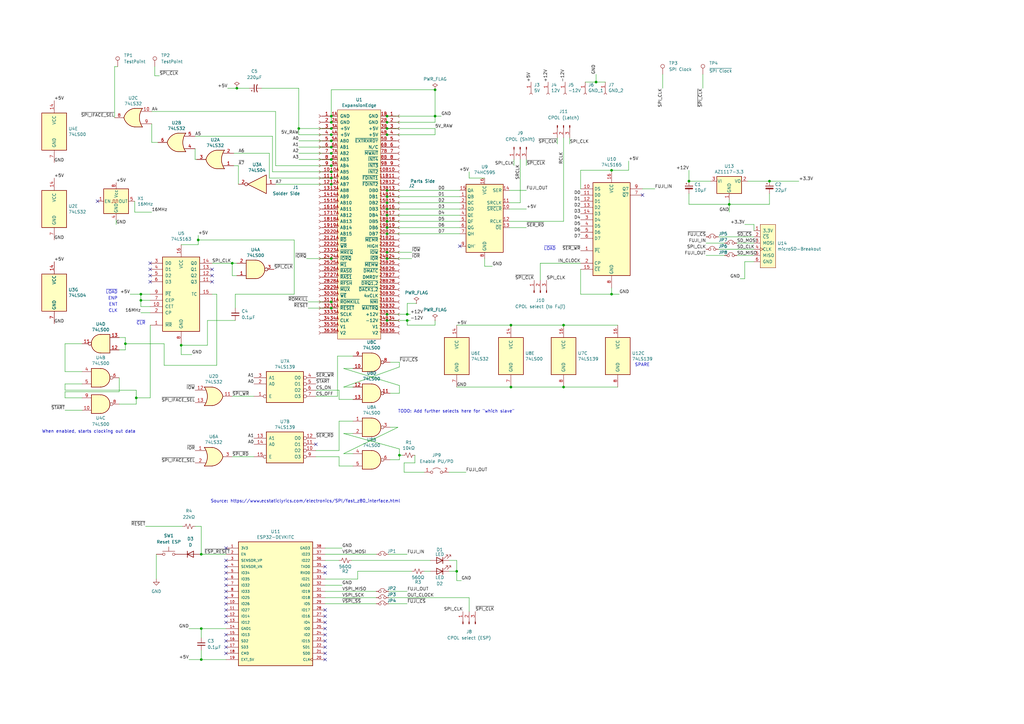
<source format=kicad_sch>
(kicad_sch (version 20211123) (generator eeschema)
  (paper "A3")
  (junction (at 178.435 36.83))
  (junction (at 135.89 75.565))
  (junction (at 231.14 158.75))
  (junction (at 209.55 158.75))
  (junction (at 209.55 133.35))
  (junction (at 158.75 83.185))
  (junction (at 81.28 98.425))
  (junction (at 163.83 186.69))
  (junction (at 74.295 141.605))
  (junction (at 158.75 50.165))
  (junction (at 135.89 47.625))
  (junction (at 158.75 128.905))
  (junction (at 250.825 69.85))
  (junction (at 158.75 93.345))
  (junction (at 158.75 95.885))
  (junction (at 135.89 67.945))
  (junction (at 95.25 107.95))
  (junction (at 135.89 57.785))
  (junction (at 315.595 74.295))
  (junction (at 244.475 33.655))
  (junction (at 135.89 73.025))
  (junction (at 135.89 55.245))
  (junction (at 158.75 131.445))
  (junction (at 135.89 106.045))
  (junction (at 135.89 52.705))
  (junction (at 57.785 123.19))
  (junction (at 135.89 60.325))
  (junction (at 82.55 227.33))
  (junction (at 135.89 123.825))
  (junction (at 231.14 133.35))
  (junction (at 299.085 83.82))
  (junction (at 158.75 55.245))
  (junction (at 158.75 85.725))
  (junction (at 167.005 128.905))
  (junction (at 158.75 78.105))
  (junction (at 82.55 270.51))
  (junction (at 187.325 234.315))
  (junction (at 135.89 70.485))
  (junction (at 51.435 140.97))
  (junction (at 122.555 52.705))
  (junction (at 158.75 47.625))
  (junction (at 55.88 163.195))
  (junction (at 135.89 62.865))
  (junction (at 158.75 88.265))
  (junction (at 282.575 74.295))
  (junction (at 158.75 106.045))
  (junction (at 158.75 103.505))
  (junction (at 158.75 80.645))
  (junction (at 135.89 126.365))
  (junction (at 178.435 47.625))
  (junction (at 158.75 90.805))
  (junction (at 250.825 120.65))
  (junction (at 97.155 36.195))
  (junction (at 135.89 65.405))
  (junction (at 82.55 257.81))
  (junction (at 158.75 52.705))
  (junction (at 167.005 131.445))
  (junction (at 57.785 120.65))
  (junction (at 135.89 50.165))
  (no_connect (at 92.71 224.79))
  (no_connect (at 92.71 232.41))
  (no_connect (at 92.71 229.87))
  (no_connect (at 61.595 113.03))
  (no_connect (at 129.54 182.245))
  (no_connect (at 263.525 80.01))
  (no_connect (at 86.995 110.49))
  (no_connect (at 92.71 234.95))
  (no_connect (at 92.71 237.49))
  (no_connect (at 92.71 240.03))
  (no_connect (at 92.71 242.57))
  (no_connect (at 133.35 255.27))
  (no_connect (at 133.35 262.89))
  (no_connect (at 133.35 265.43))
  (no_connect (at 133.35 267.97))
  (no_connect (at 133.35 270.51))
  (no_connect (at 92.71 267.97))
  (no_connect (at 92.71 265.43))
  (no_connect (at 92.71 262.89))
  (no_connect (at 92.71 260.35))
  (no_connect (at 92.71 245.11))
  (no_connect (at 92.71 247.65))
  (no_connect (at 92.71 250.19))
  (no_connect (at 92.71 252.73))
  (no_connect (at 92.71 255.27))
  (no_connect (at 133.35 252.73))
  (no_connect (at 133.35 250.19))
  (no_connect (at 133.35 234.95))
  (no_connect (at 133.35 232.41))
  (no_connect (at 40.005 82.55))
  (no_connect (at 133.35 257.81))
  (no_connect (at 133.35 260.35))
  (no_connect (at 188.595 100.965))
  (no_connect (at 86.995 113.03))
  (no_connect (at 86.995 115.57))
  (no_connect (at 61.595 115.57))
  (no_connect (at 61.595 110.49))
  (no_connect (at 61.595 107.95))
  (wire (pts (xy 315.595 74.295) (xy 306.705 74.295)))
  (wire (pts (xy 144.145 229.87) (xy 176.53 229.87)))
  (wire (pts (xy 135.89 70.485) (xy 111.76 70.485)))
  (wire (pts (xy 129.54 160.02) (xy 139.065 160.02)))
  (wire (pts (xy 133.35 227.33) (xy 154.305 227.33)))
  (wire (pts (xy 309.245 99.695) (xy 302.26 99.695)))
  (wire (pts (xy 271.78 30.48) (xy 271.78 36.195)))
  (wire (pts (xy 80.01 60.96) (xy 80.01 65.405)))
  (wire (pts (xy 80.01 215.9) (xy 82.55 215.9)))
  (wire (pts (xy 138.43 146.05) (xy 144.78 146.05)))
  (wire (pts (xy 97.155 36.195) (xy 102.235 36.195)))
  (wire (pts (xy 167.005 124.46) (xy 167.005 128.905)))
  (wire (pts (xy 93.345 36.195) (xy 97.155 36.195)))
  (wire (pts (xy 192.405 250.825) (xy 192.405 245.11)))
  (wire (pts (xy 61.595 125.73) (xy 57.785 125.73)))
  (wire (pts (xy 97.79 67.945) (xy 97.79 75.565)))
  (wire (pts (xy 221.615 107.95) (xy 238.125 107.95)))
  (wire (pts (xy 61.595 123.19) (xy 57.785 123.19)))
  (wire (pts (xy 213.36 83.185) (xy 208.915 83.185)))
  (wire (pts (xy 192.405 73.025) (xy 198.755 73.025)))
  (wire (pts (xy 82.55 215.9) (xy 82.55 227.33)))
  (wire (pts (xy 231.14 133.35) (xy 253.365 133.35)))
  (wire (pts (xy 309.245 104.775) (xy 302.26 104.775)))
  (wire (pts (xy 178.435 36.83) (xy 178.435 47.625)))
  (wire (pts (xy 82.55 257.81) (xy 92.71 257.81)))
  (wire (pts (xy 254 120.65) (xy 250.825 120.65)))
  (wire (pts (xy 51.435 140.97) (xy 67.31 140.97)))
  (wire (pts (xy 139.065 184.785) (xy 129.54 184.785)))
  (wire (pts (xy 95.25 107.95) (xy 97.155 107.95)))
  (wire (pts (xy 257.81 66.04) (xy 257.81 69.85)))
  (wire (pts (xy 168.275 128.905) (xy 167.005 128.905)))
  (wire (pts (xy 78.74 145.415) (xy 74.295 145.415)))
  (wire (pts (xy 74.295 145.415) (xy 74.295 141.605)))
  (wire (pts (xy 187.325 238.125) (xy 187.325 234.315)))
  (wire (pts (xy 238.125 120.65) (xy 250.825 120.65)))
  (wire (pts (xy 26.67 163.195) (xy 33.655 163.195)))
  (wire (pts (xy 187.325 229.87) (xy 184.15 229.87)))
  (wire (pts (xy 159.385 245.11) (xy 192.405 245.11)))
  (wire (pts (xy 74.295 141.605) (xy 85.09 141.605)))
  (wire (pts (xy 140.335 240.03) (xy 133.35 240.03)))
  (wire (pts (xy 192.405 70.485) (xy 192.405 73.025)))
  (wire (pts (xy 46.99 48.26) (xy 46.99 27.305)))
  (wire (pts (xy 48.895 154.94) (xy 48.895 160.655)))
  (wire (pts (xy 167.005 128.905) (xy 158.75 128.905)))
  (wire (pts (xy 160.02 148.59) (xy 163.83 148.59)))
  (wire (pts (xy 139.065 160.02) (xy 139.065 163.83)))
  (wire (pts (xy 170.815 124.46) (xy 167.005 124.46)))
  (wire (pts (xy 244.475 33.655) (xy 240.03 33.655)))
  (wire (pts (xy 215.9 65.405) (xy 215.9 67.945)))
  (wire (pts (xy 165.1 186.69) (xy 163.83 186.69)))
  (wire (pts (xy 129.54 162.56) (xy 138.43 162.56)))
  (wire (pts (xy 67.31 140.97) (xy 67.31 149.86)))
  (wire (pts (xy 238.125 110.49) (xy 238.125 120.65)))
  (wire (pts (xy 158.75 78.105) (xy 188.595 78.105)))
  (wire (pts (xy 140.97 151.13) (xy 144.78 151.13)))
  (wire (pts (xy 26.67 157.48) (xy 33.655 157.48)))
  (wire (pts (xy 135.89 60.325) (xy 122.555 60.325)))
  (wire (pts (xy 59.69 215.9) (xy 74.93 215.9)))
  (wire (pts (xy 163.83 186.69) (xy 163.83 184.15)))
  (wire (pts (xy 51.435 138.43) (xy 48.895 138.43)))
  (wire (pts (xy 215.9 93.345) (xy 208.915 93.345)))
  (wire (pts (xy 135.89 62.865) (xy 122.555 62.865)))
  (wire (pts (xy 208.915 90.805) (xy 231.14 90.805)))
  (wire (pts (xy 48.895 165.735) (xy 55.88 165.735)))
  (wire (pts (xy 95.25 187.325) (xy 104.14 187.325)))
  (wire (pts (xy 178.435 47.625) (xy 180.975 47.625)))
  (wire (pts (xy 184.15 234.315) (xy 187.325 234.315)))
  (wire (pts (xy 215.9 78.105) (xy 208.915 78.105)))
  (wire (pts (xy 189.23 238.125) (xy 187.325 238.125)))
  (wire (pts (xy 170.18 189.865) (xy 170.18 186.69)))
  (wire (pts (xy 305.435 107.315) (xy 309.245 107.315)))
  (wire (pts (xy 158.75 83.185) (xy 188.595 83.185)))
  (wire (pts (xy 282.575 74.295) (xy 282.575 69.85)))
  (wire (pts (xy 63.5 31.115) (xy 63.5 27.305)))
  (wire (pts (xy 158.75 88.265) (xy 188.595 88.265)))
  (wire (pts (xy 158.75 80.645) (xy 188.595 80.645)))
  (wire (pts (xy 82.55 227.33) (xy 92.71 227.33)))
  (wire (pts (xy 303.53 114.3) (xy 305.435 114.3)))
  (wire (pts (xy 168.91 103.505) (xy 158.75 103.505)))
  (wire (pts (xy 213.36 65.405) (xy 213.36 83.185)))
  (wire (pts (xy 167.005 227.33) (xy 159.385 227.33)))
  (wire (pts (xy 122.555 52.705) (xy 135.89 52.705)))
  (wire (pts (xy 57.785 123.19) (xy 57.785 120.65)))
  (wire (pts (xy 135.89 73.025) (xy 110.49 73.025)))
  (wire (pts (xy 62.23 50.8) (xy 62.23 58.42)))
  (wire (pts (xy 77.47 257.81) (xy 82.55 257.81)))
  (wire (pts (xy 140.97 186.055) (xy 163.195 175.26)))
  (wire (pts (xy 113.03 67.945) (xy 113.03 45.72)))
  (wire (pts (xy 139.065 163.83) (xy 144.78 163.83)))
  (wire (pts (xy 144.78 172.72) (xy 139.065 172.72)))
  (wire (pts (xy 135.89 67.945) (xy 113.03 67.945)))
  (wire (pts (xy 62.23 58.42) (xy 64.77 58.42)))
  (wire (pts (xy 57.785 128.27) (xy 61.595 128.27)))
  (wire (pts (xy 163.83 161.29) (xy 163.83 158.115)))
  (wire (pts (xy 146.685 237.49) (xy 146.685 234.315)))
  (wire (pts (xy 140.97 158.75) (xy 144.78 158.75)))
  (wire (pts (xy 140.97 177.8) (xy 144.78 177.8)))
  (wire (pts (xy 146.685 234.315) (xy 168.91 234.315)))
  (wire (pts (xy 168.91 106.045) (xy 158.75 106.045)))
  (wire (pts (xy 122.555 57.785) (xy 135.89 57.785)))
  (wire (pts (xy 167.005 242.57) (xy 159.385 242.57)))
  (wire (pts (xy 309.245 92.075) (xy 309.245 94.615)))
  (wire (pts (xy 139.065 172.72) (xy 139.065 184.785)))
  (wire (pts (xy 178.435 133.35) (xy 167.005 133.35)))
  (wire (pts (xy 135.89 55.245) (xy 122.555 55.245)))
  (wire (pts (xy 55.245 82.55) (xy 55.245 86.995)))
  (wire (pts (xy 294.64 102.235) (xy 309.245 102.235)))
  (wire (pts (xy 158.75 95.885) (xy 188.595 95.885)))
  (wire (pts (xy 135.89 50.165) (xy 135.89 47.625)))
  (wire (pts (xy 268.605 77.47) (xy 263.525 77.47)))
  (wire (pts (xy 248.285 33.655) (xy 244.475 33.655)))
  (wire (pts (xy 82.55 266.7) (xy 82.55 270.51)))
  (wire (pts (xy 138.43 146.05) (xy 138.43 162.56)))
  (wire (pts (xy 139.065 187.325) (xy 139.065 191.135)))
  (wire (pts (xy 61.595 163.195) (xy 61.595 133.35)))
  (wire (pts (xy 126.365 123.825) (xy 135.89 123.825)))
  (wire (pts (xy 81.28 96.52) (xy 81.28 98.425)))
  (wire (pts (xy 233.68 56.515) (xy 233.68 59.055)))
  (wire (pts (xy 51.435 140.97) (xy 51.435 138.43)))
  (wire (pts (xy 187.325 234.315) (xy 187.325 229.87)))
  (wire (pts (xy 135.89 75.565) (xy 113.03 75.565)))
  (wire (pts (xy 250.825 120.65) (xy 250.825 118.11)))
  (wire (pts (xy 244.475 30.48) (xy 244.475 33.655)))
  (wire (pts (xy 111.76 70.485) (xy 111.76 55.88)))
  (wire (pts (xy 257.81 69.85) (xy 250.825 69.85)))
  (wire (pts (xy 81.28 100.33) (xy 74.295 100.33)))
  (wire (pts (xy 53.34 120.65) (xy 57.785 120.65)))
  (wire (pts (xy 26.67 168.275) (xy 33.655 168.275)))
  (wire (pts (xy 165.735 193.675) (xy 165.735 189.865)))
  (wire (pts (xy 299.085 86.995) (xy 299.085 83.82)))
  (wire (pts (xy 122.555 36.195) (xy 122.555 52.705)))
  (wire (pts (xy 178.435 131.445) (xy 178.435 133.35)))
  (wire (pts (xy 282.575 74.295) (xy 291.465 74.295)))
  (wire (pts (xy 77.47 270.51) (xy 82.55 270.51)))
  (wire (pts (xy 158.75 90.805) (xy 188.595 90.805)))
  (wire (pts (xy 65.405 31.115) (xy 63.5 31.115)))
  (wire (pts (xy 158.75 55.245) (xy 178.435 55.245)))
  (wire (pts (xy 231.14 133.35) (xy 209.55 133.35)))
  (wire (pts (xy 163.83 150.495) (xy 140.97 158.75)))
  (wire (pts (xy 95.25 113.03) (xy 95.25 107.95)))
  (wire (pts (xy 201.93 109.22) (xy 198.755 109.22)))
  (wire (pts (xy 133.35 247.65) (xy 154.305 247.65)))
  (wire (pts (xy 178.435 52.705) (xy 158.75 52.705)))
  (wire (pts (xy 85.09 131.445) (xy 85.09 141.605)))
  (wire (pts (xy 120.65 98.425) (xy 81.28 98.425)))
  (wire (pts (xy 209.55 158.75) (xy 187.325 158.75)))
  (wire (pts (xy 55.88 163.195) (xy 55.88 160.02)))
  (wire (pts (xy 125.73 106.045) (xy 135.89 106.045)))
  (wire (pts (xy 88.9 120.65) (xy 86.995 120.65)))
  (wire (pts (xy 51.435 143.51) (xy 51.435 140.97)))
  (wire (pts (xy 228.6 56.515) (xy 228.6 59.055)))
  (wire (pts (xy 238.125 77.47) (xy 238.125 69.85)))
  (wire (pts (xy 297.18 99.695) (xy 289.56 99.695)))
  (wire (pts (xy 110.49 73.025) (xy 110.49 62.865)))
  (wire (pts (xy 299.085 83.82) (xy 299.085 81.915)))
  (wire (pts (xy 184.15 193.675) (xy 191.135 193.675)))
  (wire (pts (xy 107.315 36.195) (xy 122.555 36.195)))
  (wire (pts (xy 122.555 65.405) (xy 135.89 65.405)))
  (wire (pts (xy 110.49 62.865) (xy 95.885 62.865)))
  (wire (pts (xy 305.435 114.3) (xy 305.435 107.315)))
  (wire (pts (xy 158.75 50.165) (xy 178.435 50.165)))
  (wire (pts (xy 163.195 175.26) (xy 160.02 175.26)))
  (wire (pts (xy 120.65 120.65) (xy 120.65 98.425)))
  (wire (pts (xy 26.67 160.655) (xy 26.67 163.195)))
  (wire (pts (xy 74.295 141.605) (xy 74.295 140.97)))
  (wire (pts (xy 64.135 237.49) (xy 64.135 227.33)))
  (wire (pts (xy 305.435 92.075) (xy 309.245 92.075)))
  (wire (pts (xy 55.88 165.735) (xy 55.88 163.195)))
  (wire (pts (xy 163.83 158.115) (xy 140.97 151.13)))
  (wire (pts (xy 315.595 83.82) (xy 299.085 83.82)))
  (wire (pts (xy 81.915 227.33) (xy 82.55 227.33)))
  (wire (pts (xy 26.67 152.4) (xy 33.655 152.4)))
  (wire (pts (xy 26.67 140.97) (xy 26.67 152.4)))
  (wire (pts (xy 167.005 133.35) (xy 167.005 131.445)))
  (wire (pts (xy 139.065 191.135) (xy 144.78 191.135)))
  (wire (pts (xy 96.52 131.445) (xy 85.09 131.445)))
  (wire (pts (xy 126.365 126.365) (xy 135.89 126.365)))
  (wire (pts (xy 209.55 133.35) (xy 187.325 133.35)))
  (wire (pts (xy 80.01 65.405) (xy 80.645 65.405)))
  (wire (pts (xy 133.35 242.57) (xy 154.305 242.57)))
  (wire (pts (xy 47.625 92.075) (xy 47.625 90.17)))
  (wire (pts (xy 129.54 187.325) (xy 139.065 187.325)))
  (wire (pts (xy 33.655 140.97) (xy 26.67 140.97)))
  (wire (pts (xy 282.575 83.82) (xy 299.085 83.82)))
  (wire (pts (xy 158.75 93.345) (xy 188.595 93.345)))
  (wire (pts (xy 282.575 79.375) (xy 282.575 83.82)))
  (wire (pts (xy 95.25 162.56) (xy 104.14 162.56)))
  (wire (pts (xy 97.155 113.03) (xy 95.25 113.03)))
  (wire (pts (xy 238.125 69.85) (xy 250.825 69.85)))
  (wire (pts (xy 95.885 67.945) (xy 97.79 67.945)))
  (wire (pts (xy 160.02 188.595) (xy 163.83 188.595)))
  (wire (pts (xy 57.785 125.73) (xy 57.785 123.19)))
  (wire (pts (xy 135.89 47.625) (xy 135.89 36.83)))
  (wire (pts (xy 178.435 50.165) (xy 178.435 47.625)))
  (wire (pts (xy 309.245 97.155) (xy 294.64 97.155)))
  (wire (pts (xy 111.76 55.88) (xy 80.01 55.88)))
  (wire (pts (xy 163.83 148.59) (xy 163.83 150.495)))
  (wire (pts (xy 160.02 161.29) (xy 163.83 161.29)))
  (wire (pts (xy 55.245 86.995) (xy 62.23 86.995)))
  (wire (pts (xy 231.14 56.515) (xy 231.14 90.805)))
  (wire (pts (xy 288.29 30.48) (xy 288.29 36.195)))
  (wire (pts (xy 158.75 131.445) (xy 167.005 131.445)))
  (wire (pts (xy 88.9 149.86) (xy 88.9 120.65)))
  (wire (pts (xy 96.52 120.65) (xy 120.65 120.65)))
  (wire (pts (xy 133.35 245.11) (xy 154.305 245.11)))
  (wire (pts (xy 158.75 47.625) (xy 178.435 47.625)))
  (wire (pts (xy 198.755 109.22) (xy 198.755 106.045)))
  (wire (pts (xy 289.56 104.775) (xy 297.18 104.775)))
  (wire (pts (xy 113.03 45.72) (xy 62.23 45.72)))
  (wire (pts (xy 173.99 234.315) (xy 176.53 234.315)))
  (wire (pts (xy 57.785 120.65) (xy 61.595 120.65)))
  (wire (pts (xy 221.615 114.935) (xy 221.615 107.95)))
  (wire (pts (xy 55.88 160.02) (xy 26.67 160.02)))
  (wire (pts (xy 315.595 74.295) (xy 327.66 74.295)))
  (wire (pts (xy 135.89 36.83) (xy 178.435 36.83)))
  (wire (pts (xy 48.895 143.51) (xy 51.435 143.51)))
  (wire (pts (xy 165.735 189.865) (xy 170.18 189.865)))
  (wire (pts (xy 46.99 27.305) (xy 48.26 27.305)))
  (wire (pts (xy 144.78 186.055) (xy 140.97 186.055)))
  (wire (pts (xy 48.895 160.655) (xy 26.67 160.655)))
  (wire (pts (xy 165.735 193.675) (xy 173.99 193.675)))
  (wire (pts (xy 96.52 126.365) (xy 96.52 120.65)))
  (wire (pts (xy 82.55 270.51) (xy 92.71 270.51)))
  (wire (pts (xy 178.435 52.705) (xy 178.435 55.245)))
  (wire (pts (xy 122.555 52.705) (xy 122.555 55.245)))
  (wire (pts (xy 158.75 85.725) (xy 188.595 85.725)))
  (wire (pts (xy 163.83 184.15) (xy 140.97 177.8)))
  (wire (pts (xy 140.335 224.79) (xy 133.35 224.79)))
  (wire (pts (xy 159.385 247.65) (xy 167.005 247.65)))
  (wire (pts (xy 95.25 107.95) (xy 86.995 107.95)))
  (wire (pts (xy 26.67 160.02) (xy 26.67 157.48)))
  (wire (pts (xy 81.28 98.425) (xy 81.28 100.33)))
  (wire (pts (xy 167.005 131.445) (xy 168.275 131.445)))
  (wire (pts (xy 133.35 229.87) (xy 139.065 229.87)))
  (wire (pts (xy 82.55 257.81) (xy 82.55 261.62)))
  (wire (pts (xy 55.88 163.195) (xy 61.595 163.195)))
  (wire (pts (xy 315.595 79.375) (xy 315.595 83.82)))
  (wire (pts (xy 133.35 237.49) (xy 146.685 237.49)))
  (wire (pts (xy 163.83 188.595) (xy 163.83 186.69)))
  (wire (pts (xy 67.31 149.86) (xy 88.9 149.86)))
  (wire (pts (xy 210.82 65.405) (xy 210.82 67.945)))
  (wire (pts (xy 215.9 85.725) (xy 208.915 85.725)))
  (wire (pts (xy 253.365 158.75) (xy 231.14 158.75)))
  (wire (pts (xy 209.55 158.75) (xy 231.14 158.75)))
  (text "CLK" (at 48.26 128.27 180) (effects (font (size 1.27 1.27)) (justify right bottom)))
  (text "ENT" (at 48.26 125.73 180) (effects (font (size 1.27 1.27)) (justify right bottom)))
  (text "~{CLR}" (at 59.69 133.35 180) (effects (font (size 1.27 1.27)) (justify right bottom)))
  (text "SPARE" (at 260.35 150.495 0) (effects (font (size 1.27 1.27)) (justify left bottom)))
  (text "When enabled, starts clocking out data" (at 17.145 177.8 0) (effects (font (size 1.27 1.27)) (justify left bottom)))
  (text "TODO: Add further selects here for \"which slave\"" (at 163.195 169.545 0) (effects (font (size 1.27 1.27)) (justify left bottom)))
  (text "~{LOAD}" (at 227.965 102.87 180) (effects (font (size 1.27 1.27)) (justify right bottom)))
  (text "~{LOAD}" (at 48.26 120.65 180) (effects (font (size 1.27 1.27)) (justify right bottom)))
  (text "Source: https://www.ecstaticlyrics.com/electronics/SPI/fast_z80_interface.html" (at 86.36 206.375 0) (effects (font (size 1.27 1.27)) (justify left bottom)))
  (text "ENP" (at 48.26 123.19 180) (effects (font (size 1.27 1.27)) (justify right bottom)))
  (label "+5V" (at 215.9 85.725 0))
  (label "RCLK" (at 231.14 67.31 90))
  (label "+5V" (at 93.345 36.195 180))
  (label "GND" (at 299.085 86.995 180))
  (label "D6" (at 238.125 95.25 180))
  (label "OUT_CLOCK" (at 167.005 245.11 0))
  (label "~{IOR}" (at 168.91 106.045 0))
  (label "D7" (at 238.125 97.79 180))
  (label "GND" (at 77.47 257.81 180))
  (label "+3.3V" (at 327.66 74.295 0))
  (label "FUJI_OUT" (at 215.9 78.105 0))
  (label "~{IOR}" (at 80.01 184.785 180))
  (label "D0" (at 179.705 78.105 0))
  (label "GND" (at 244.475 30.48 90))
  (label "+5V" (at 22.225 41.275 0))
  (label "A1" (at 104.14 179.705 180))
  (label "SPI_CLK" (at 289.56 102.235 180))
  (label "5V_RAW" (at 122.555 55.245 180))
  (label "~{SD_CS}" (at 302.26 97.155 0))
  (label "~{SPI_IFACE_SEL}" (at 80.01 165.1 180))
  (label "+5V" (at 53.34 120.65 180))
  (label "A5" (at 80.01 55.88 0))
  (label "FUJI_OUT" (at 191.135 193.675 0))
  (label "D1" (at 238.125 82.55 180))
  (label "~{FUJI_CS}" (at 167.005 247.65 0))
  (label "-12V" (at 231.775 33.655 90))
  (label "+5V" (at 187.325 133.35 0))
  (label "~{SPI_CLK}" (at 228.6 59.055 180))
  (label "16MHz" (at 62.23 86.995 0))
  (label "D4" (at 238.125 90.17 180))
  (label "D6" (at 179.705 93.345 0))
  (label "~{SPI_WR}" (at 95.25 162.56 0))
  (label "~{SPI_IFACE_SEL}" (at 46.99 48.26 180))
  (label "+3.3V" (at 305.435 92.075 180))
  (label "16MHz" (at 57.785 128.27 180))
  (label "~{RESET}" (at 126.365 126.365 180))
  (label "~{IORQ}" (at 125.73 106.045 180))
  (label "D2" (at 179.705 83.185 0))
  (label "GND" (at 201.93 109.22 0))
  (label "~{SPI_CLK}" (at 112.395 110.49 0))
  (label "A0" (at 122.555 57.785 180))
  (label "~{IOW}" (at 168.91 103.505 0))
  (label "GND" (at 189.23 238.125 0))
  (label "~{SPI_CLK}" (at 215.9 67.945 0))
  (label "GND" (at 78.74 145.415 0))
  (label "A0" (at 104.14 182.245 180))
  (label "D7" (at 179.705 95.885 0))
  (label "D5" (at 179.705 90.805 0))
  (label "IN_CLOCK" (at 238.125 107.95 180))
  (label "CS_ON" (at 129.54 160.02 0))
  (label "A6" (at 97.79 62.865 0))
  (label "FUJI_IN" (at 289.56 99.695 180))
  (label "A1" (at 122.555 60.325 180))
  (label "VSPI_MOSI" (at 140.335 227.33 0))
  (label "+5V" (at 81.28 96.52 0))
  (label "GND" (at 22.225 66.675 0))
  (label "+5V" (at 47.625 74.93 0))
  (label "FUJI_IN" (at 167.005 227.33 0))
  (label "SPI_CLK" (at 189.865 250.825 180))
  (label "A1" (at 104.14 154.94 180))
  (label "SD_MOSI" (at 302.26 99.695 0))
  (label "GND" (at 140.335 224.79 0))
  (label "~{SPI_CLK}" (at 194.945 250.825 0))
  (label "FUJI_OUT" (at 289.56 104.775 180))
  (label "D2" (at 238.125 85.09 180))
  (label "FUJI_IN" (at 268.605 77.47 0))
  (label "5V_RAW" (at 178.435 52.705 0))
  (label "~{IOW}" (at 80.01 160.02 180))
  (label "+5V" (at 192.405 70.485 180))
  (label "~{SPI_CLK}" (at 219.075 114.935 180))
  (label "A7" (at 113.03 75.565 0))
  (label "SPI_CLK" (at 271.78 36.195 270))
  (label "~{RESET}" (at 59.69 215.9 180))
  (label "SPI_CLK" (at 86.995 107.95 0))
  (label "GND" (at 303.53 114.3 180))
  (label "+5V" (at 217.805 33.655 90))
  (label "D3" (at 179.705 85.725 0))
  (label "~{SER_RD}" (at 215.9 93.345 0))
  (label "+12V" (at 224.79 33.655 90))
  (label "~{FUJI_CS}" (at 289.56 97.155 180))
  (label "~{SER_RD}" (at 129.54 179.705 0))
  (label "~{SPI_IFACE_SEL}" (at 80.01 189.865 180))
  (label "GND" (at 254 120.65 0))
  (label "~{SPI_CLK}" (at 288.29 36.195 270))
  (label "A0" (at 104.14 157.48 180))
  (label "+5V" (at 257.81 66.04 0))
  (label "+12V" (at 282.575 69.85 180))
  (label "+5V" (at 77.47 270.51 180))
  (label "VSPI_SCK" (at 140.335 245.11 0))
  (label "+12V" (at 168.275 128.905 0))
  (label "GND" (at 180.975 47.625 0))
  (label "SRCLK" (at 213.36 73.66 90))
  (label "A4" (at 62.23 45.72 0))
  (label "D1" (at 179.705 80.645 0))
  (label "A2" (at 122.555 62.865 180))
  (label "~{FUJI_CS}" (at 163.83 148.59 0))
  (label "SD_CLK" (at 302.26 102.235 0))
  (label "-12V" (at 168.275 131.445 0))
  (label "~{SPI_CLK}" (at 65.405 31.115 0))
  (label "VSPI_MISO" (at 140.335 242.57 0))
  (label "CS_OFF" (at 129.54 162.56 0))
  (label "~{ROMKILL}" (at 126.365 123.825 180))
  (label "GND" (at 140.335 240.03 0))
  (label "SPI_CLK" (at 224.155 114.935 0))
  (label "~{VSPI_SS}" (at 140.335 247.65 0))
  (label "GND" (at 187.325 158.75 0))
  (label "D5" (at 238.125 92.71 180))
  (label "GND" (at 22.225 132.715 0))
  (label "FUJI_OUT" (at 167.005 242.57 0))
  (label "D0" (at 238.125 80.01 180))
  (label "+5V" (at 22.225 73.025 0))
  (label "SD_MISO" (at 302.26 104.775 0))
  (label "GND" (at 22.225 98.425 0))
  (label "~{SPI_RD}" (at 95.25 187.325 0))
  (label "+5V" (at 22.225 107.315 0))
  (label "D4" (at 179.705 88.265 0))
  (label "SPI_CLK" (at 210.82 67.945 180))
  (label "~{START}" (at 129.54 157.48 0))
  (label "~{ESP_RESET}" (at 83.82 227.33 0))
  (label "A3" (at 122.555 65.405 180))
  (label "~{SER_WR}" (at 238.125 102.87 180))
  (label "~{A7}" (at 97.79 67.945 0))
  (label "~{SER_WR}" (at 129.54 154.94 0))
  (label "~{START}" (at 26.67 168.275 180))
  (label "GND" (at 47.625 92.075 0))
  (label "D3" (at 238.125 87.63 180))
  (label "SPI_CLK" (at 233.68 59.055 0))
  (symbol (lib_id "PC-8801:ExpansionEdge") (at 147.32 42.545 0) (unit 1)
    (property "Reference" "U1" (at 147.32 40.894 0))
    (property "Value" "ExpansionEdge" (at 147.32 43.2054 0))
    (property "Footprint" "PC-8801:PC88 Edge" (effects hide))
  )
  (symbol (lib_id "Connector:Conn_01x36_Female") (at 130.81 90.805 0) (mirror y) (unit 1)
    (property "Reference" "J1" (at 121.285 76.835 0))
    (property "Value" "Solder Side" (at 117.475 79.375 0))
    (property "Footprint" "Connector_PinHeader_2.54mm:PinHeader_1x36_P2.54mm_Vertical" (effects hide))
  )
  (symbol (lib_id "Connector:Conn_01x01_Female") (at 217.805 38.735 270) (unit 1)
    (property "Reference" "J3" (at 219.0242 34.8234 90) (effects (justify left)))
    (property "Value" "5V" (at 219.0242 37.1348 90) (effects (justify left)))
    (property "Footprint" "PC-8801:1x20_PowerBar" (effects hide))
  )
  (symbol (lib_id "Connector:Conn_01x01_Female") (at 224.79 38.735 270) (unit 1)
    (property "Reference" "J4" (at 226.0092 34.8234 90) (effects (justify left)))
    (property "Value" "12V" (at 226.0092 37.1348 90) (effects (justify left)))
    (property "Footprint" "PC-8801:1x20_PowerBar" (effects hide))
  )
  (symbol (lib_id "Connector:Conn_01x01_Female") (at 231.775 38.735 270) (unit 1)
    (property "Reference" "J5" (at 232.9942 34.8234 90) (effects (justify left)))
    (property "Value" "-12V" (at 232.9942 37.1348 90) (effects (justify left)))
    (property "Footprint" "PC-8801:1x20_PowerBar" (effects hide))
  )
  (symbol (lib_id "Connector:Conn_01x01_Female") (at 240.03 38.735 270) (unit 1)
    (property "Reference" "J6" (at 241.2492 34.8234 90) (effects (justify left)))
    (property "Value" "GND_1" (at 241.2492 37.1348 90) (effects (justify left)))
    (property "Footprint" "PC-8801:1x20_PowerBar" (effects hide))
  )
  (symbol (lib_id "Connector:Conn_01x01_Female") (at 248.285 38.735 270) (unit 1)
    (property "Reference" "J7" (at 249.5042 34.8234 90) (effects (justify left)))
    (property "Value" "GND_2" (at 249.5042 37.1348 90) (effects (justify left)))
    (property "Footprint" "PC-8801:1x20_PowerBar" (effects hide))
  )
  (symbol (lib_id "Connector:Conn_01x36_Female") (at 163.83 90.805 0) (unit 1)
    (property "Reference" "J2" (at 167.64 76.2 0) (effects (justify left)))
    (property "Value" "Parts Side" (at 168.275 74.295 0) (effects (justify left)))
    (property "Footprint" "Connector_PinHeader_2.54mm:PinHeader_1x36_P2.54mm_Vertical" (effects hide))
  )
  (symbol (lib_id "74xx:74LS04") (at 105.41 75.565 180) (unit 1)
    (property "Reference" "U3" (at 105.41 67.5132 0))
    (property "Value" "74LS04" (at 105.41 69.8246 0))
    (property "Footprint" "Package_DIP:DIP-14_W7.62mm_Socket_LongPads" (effects hide))
    (property "Datasheet" "http://www.ti.com/lit/gpn/sn74LS04" (effects hide))
  )
  (symbol (lib_id "74xx:74LS32") (at 88.265 65.405 180) (unit 1)
    (property "Reference" "U2" (at 88.265 57.3532 0))
    (property "Value" "74LS32" (at 88.265 59.6646 0))
    (property "Footprint" "Package_DIP:DIP-14_W7.62mm_Socket_LongPads" (effects hide))
    (property "Datasheet" "http://www.ti.com/lit/gpn/sn74LS32" (effects hide))
  )
  (symbol (lib_id "74xx:74LS32") (at 72.39 58.42 180) (unit 2)
    (property "Reference" "U2" (at 72.39 50.3682 0))
    (property "Value" "74LS32" (at 72.39 52.6796 0))
    (property "Footprint" "Package_DIP:DIP-14_W7.62mm_Socket_LongPads" (effects hide))
    (property "Datasheet" "http://www.ti.com/lit/gpn/sn74LS32" (effects hide))
  )
  (symbol (lib_id "74xx:74LS32") (at 54.61 48.26 180) (unit 3)
    (property "Reference" "U2" (at 54.61 40.2082 0))
    (property "Value" "74LS32" (at 54.61 42.5196 0))
    (property "Footprint" "Package_DIP:DIP-14_W7.62mm_Socket_LongPads" (effects hide))
    (property "Datasheet" "http://www.ti.com/lit/gpn/sn74LS32" (effects hide))
  )
  (symbol (lib_id "74xx:74LS32") (at 22.225 85.725 0) (unit 5)
    (property "Reference" "U2" (at 28.067 84.5566 0) (effects (justify left)))
    (property "Value" "74LS32" (at 28.067 86.868 0) (effects (justify left)))
    (property "Footprint" "Package_DIP:DIP-14_W7.62mm_Socket_LongPads" (effects hide))
    (property "Datasheet" "http://www.ti.com/lit/gpn/sn74LS32" (effects hide))
  )
  (symbol (lib_id "ESP32-DEVKITC:ESP32-DEVKITC") (at 113.03 247.65 0) (unit 1)
    (property "Reference" "U11" (at 113.03 218.0082 0))
    (property "Value" "ESP32-DEVKITC" (at 113.03 220.3196 0))
    (property "Footprint" "ESP32-DEVKITC:MODULE_ESP32-DEVKITC" (effects hide))
    (property "PARTREV" "N/A" (effects hide))
    (property "MANUFACTURER" "ESPRESSIF" (effects hide))
    (property "STANDARD" "Manufacturer Recommendations" (effects hide))
  )
  (symbol (lib_id "74xx:74LS04") (at 22.225 120.015 0) (unit 7)
    (property "Reference" "U3" (at 28.067 118.8466 0) (effects (justify left)))
    (property "Value" "74LS04" (at 28.067 121.158 0) (effects (justify left)))
    (property "Footprint" "Package_DIP:DIP-14_W7.62mm_Socket_LongPads" (effects hide))
    (property "Datasheet" "http://www.ti.com/lit/gpn/sn74LS04" (effects hide))
  )
  (symbol (lib_id "Oscillator:CXO_DIP8") (at 47.625 82.55 0) (unit 1)
    (property "Reference" "X1" (at 56.3626 81.3816 0) (effects (justify left)))
    (property "Value" "16MHz" (at 56.3626 83.693 0) (effects (justify left)))
    (property "Footprint" "Oscillator:Oscillator_DIP-8" (effects hide))
    (property "Datasheet" "http://cdn-reichelt.de/documents/datenblatt/B400/OSZI.pdf" (effects hide))
  )
  (symbol (lib_id "74xx:74LS163") (at 74.295 120.65 0) (unit 1)
    (property "Reference" "U5" (at 74.295 95.7326 0))
    (property "Value" "74LS163" (at 74.295 98.044 0))
    (property "Footprint" "Package_DIP:DIP-16_W7.62mm_Socket_LongPads" (effects hide))
    (property "Datasheet" "http://www.ti.com/lit/gpn/sn74LS163" (effects hide))
  )
  (symbol (lib_id "74xx:74LS00") (at 104.775 110.49 0) (mirror x) (unit 1)
    (property "Reference" "U4" (at 104.775 102.4382 0))
    (property "Value" "74LS00" (at 104.775 104.7496 0))
    (property "Footprint" "Package_DIP:DIP-14_W7.62mm_Socket_LongPads" (effects hide))
    (property "Datasheet" "http://www.ti.com/lit/gpn/sn74ls00" (effects hide))
  )
  (symbol (lib_id "Device:Jumper_NC_Small") (at 156.845 227.33 0) (unit 1)
    (property "Reference" "JP1" (at 160.655 226.06 0))
    (property "Value" "Jumper_NC_Small" (effects hide))
    (property "Footprint" "Jumper:SolderJumper-2_P1.3mm_Bridged_RoundedPad1.0x1.5mm" (effects hide))
  )
  (symbol (lib_id "74xx:74LS00") (at 41.275 154.94 0) (unit 2)
    (property "Reference" "U4" (at 41.275 146.685 0))
    (property "Value" "74LS00" (at 41.275 148.9964 0))
    (property "Footprint" "Package_DIP:DIP-14_W7.62mm_Socket_LongPads" (effects hide))
    (property "Datasheet" "http://www.ti.com/lit/gpn/sn74ls00" (effects hide))
  )
  (symbol (lib_id "74xx:74LS00") (at 41.275 165.735 0) (unit 3)
    (property "Reference" "U4" (at 41.275 171.45 0))
    (property "Value" "74LS00" (at 41.275 173.99 0))
    (property "Footprint" "Package_DIP:DIP-14_W7.62mm_Socket_LongPads" (effects hide))
    (property "Datasheet" "http://www.ti.com/lit/gpn/sn74ls00" (effects hide))
  )
  (symbol (lib_id "Device:Jumper_NC_Small") (at 156.845 242.57 0) (unit 1)
    (property "Reference" "JP2" (at 160.655 241.3 0))
    (property "Value" "Jumper_NC_Small" (effects hide))
    (property "Footprint" "Jumper:SolderJumper-2_P1.3mm_Bridged_RoundedPad1.0x1.5mm" (effects hide))
  )
  (symbol (lib_id "74xx:74LS00") (at 41.275 140.97 180) (unit 4)
    (property "Reference" "U4" (at 41.275 132.9182 0))
    (property "Value" "74LS00" (at 41.275 135.2296 0))
    (property "Footprint" "Package_DIP:DIP-14_W7.62mm_Socket_LongPads" (effects hide))
    (property "Datasheet" "http://www.ti.com/lit/gpn/sn74ls00" (effects hide))
  )
  (symbol (lib_id "Device:Jumper_NC_Small") (at 156.845 245.11 0) (unit 1)
    (property "Reference" "JP3" (at 160.655 243.84 0))
    (property "Value" "Jumper_NC_Small" (effects hide))
    (property "Footprint" "Jumper:SolderJumper-2_P1.3mm_Bridged_RoundedPad1.0x1.5mm" (effects hide))
  )
  (symbol (lib_id "74xx:74LS00") (at 22.225 53.975 0) (unit 5)
    (property "Reference" "U4" (at 28.067 52.8066 0) (effects (justify left)))
    (property "Value" "74LS00" (at 28.067 55.118 0) (effects (justify left)))
    (property "Footprint" "Package_DIP:DIP-14_W7.62mm_Socket_LongPads" (effects hide))
    (property "Datasheet" "http://www.ti.com/lit/gpn/sn74ls00" (effects hide))
  )
  (symbol (lib_id "74xx:74LS139") (at 116.84 157.48 0) (unit 1)
    (property "Reference" "U7" (at 116.84 148.1582 0))
    (property "Value" "74LS139" (at 116.84 150.4696 0))
    (property "Footprint" "Package_DIP:DIP-16_W7.62mm_Socket_LongPads" (effects hide))
    (property "Datasheet" "http://www.ti.com/lit/gpn/sn74LS139" (effects hide))
  )
  (symbol (lib_id "74xx:74LS139") (at 116.84 182.245 0) (unit 2)
    (property "Reference" "U7" (at 116.84 172.9232 0))
    (property "Value" "74LS139" (at 116.84 175.2346 0))
    (property "Footprint" "Package_DIP:DIP-16_W7.62mm_Socket_LongPads" (effects hide))
    (property "Datasheet" "http://www.ti.com/lit/gpn/sn74LS139" (effects hide))
  )
  (symbol (lib_id "Device:Jumper_NC_Small") (at 156.845 247.65 0) (unit 1)
    (property "Reference" "JP4" (at 160.655 246.38 0))
    (property "Value" "Jumper_NC_Small" (effects hide))
    (property "Footprint" "Jumper:SolderJumper-2_P1.3mm_Bridged_RoundedPad1.0x1.5mm" (effects hide))
  )
  (symbol (lib_id "74xx:74LS32") (at 87.63 162.56 0) (unit 4)
    (property "Reference" "U2" (at 87.63 154.305 0))
    (property "Value" "74LS32" (at 87.63 156.6164 0))
    (property "Footprint" "Package_DIP:DIP-14_W7.62mm_Socket_LongPads" (effects hide))
    (property "Datasheet" "http://www.ti.com/lit/gpn/sn74LS32" (effects hide))
  )
  (symbol (lib_id "74xx:74LS32") (at 87.63 187.325 0) (unit 1)
    (property "Reference" "U6" (at 87.63 179.07 0))
    (property "Value" "74LS32" (at 87.63 181.3814 0))
    (property "Footprint" "Package_DIP:DIP-14_W7.62mm_Socket_LongPads" (effects hide))
    (property "Datasheet" "http://www.ti.com/lit/gpn/sn74LS32" (effects hide))
  )
  (symbol (lib_id "74xx:74LS00") (at 152.4 175.26 0) (unit 1)
    (property "Reference" "U8" (at 152.4 167.005 0))
    (property "Value" "74LS00" (at 152.4 169.3164 0))
    (property "Footprint" "Package_DIP:DIP-14_W7.62mm_Socket_LongPads" (effects hide))
    (property "Datasheet" "http://www.ti.com/lit/gpn/sn74ls00" (effects hide))
  )
  (symbol (lib_id "74xx:74LS00") (at 152.4 188.595 0) (unit 2)
    (property "Reference" "U8" (at 152.4 180.34 0))
    (property "Value" "74LS00" (at 152.4 182.6514 0))
    (property "Footprint" "Package_DIP:DIP-14_W7.62mm_Socket_LongPads" (effects hide))
    (property "Datasheet" "http://www.ti.com/lit/gpn/sn74ls00" (effects hide))
  )
  (symbol (lib_id "Device:R_Small_US") (at 167.64 186.69 90) (unit 1)
    (property "Reference" "R1" (at 167.64 181.483 90))
    (property "Value" "10kΩ" (at 167.64 183.7944 90))
    (property "Footprint" "Resistor_THT:R_Axial_DIN0207_L6.3mm_D2.5mm_P10.16mm_Horizontal" (effects hide))
  )
  (symbol (lib_id "74xx:74LS00") (at 152.4 148.59 0) (unit 3)
    (property "Reference" "U8" (at 152.4 140.335 0))
    (property "Value" "74LS00" (at 152.4 142.6464 0))
    (property "Footprint" "Package_DIP:DIP-14_W7.62mm_Socket_LongPads" (effects hide))
    (property "Datasheet" "http://www.ti.com/lit/gpn/sn74ls00" (effects hide))
  )
  (symbol (lib_id "74xx:74LS00") (at 152.4 161.29 0) (unit 4)
    (property "Reference" "U8" (at 152.4 153.035 0))
    (property "Value" "74LS00" (at 152.4 155.3464 0))
    (property "Footprint" "Package_DIP:DIP-14_W7.62mm_Socket_LongPads" (effects hide))
    (property "Datasheet" "http://www.ti.com/lit/gpn/sn74ls00" (effects hide))
  )
  (symbol (lib_id "74xx:74LS32") (at 187.325 146.05 0) (unit 5)
    (property "Reference" "U6" (at 193.167 144.8816 0) (effects (justify left)))
    (property "Value" "74LS32" (at 193.167 147.193 0) (effects (justify left)))
    (property "Footprint" "Package_DIP:DIP-14_W7.62mm_Socket_LongPads" (effects hide))
    (property "Datasheet" "http://www.ti.com/lit/gpn/sn74LS32" (effects hide))
  )
  (symbol (lib_id "74xx:74LS00") (at 209.55 146.05 0) (unit 5)
    (property "Reference" "U8" (at 215.392 144.8816 0) (effects (justify left)))
    (property "Value" "74LS00" (at 215.392 147.193 0) (effects (justify left)))
    (property "Footprint" "Package_DIP:DIP-14_W7.62mm_Socket_LongPads" (effects hide))
    (property "Datasheet" "http://www.ti.com/lit/gpn/sn74ls00" (effects hide))
  )
  (symbol (lib_id "74xx:74LS139") (at 231.14 146.05 0) (unit 3)
    (property "Reference" "U7" (at 236.982 144.8816 0) (effects (justify left)))
    (property "Value" "74LS139" (at 236.982 147.193 0) (effects (justify left)))
    (property "Footprint" "Package_DIP:DIP-16_W7.62mm_Socket_LongPads" (effects hide))
    (property "Datasheet" "http://www.ti.com/lit/gpn/sn74LS139" (effects hide))
  )
  (symbol (lib_id "74xx:74LS139") (at 253.365 146.05 0) (unit 3)
    (property "Reference" "U12" (at 259.207 144.8816 0) (effects (justify left)))
    (property "Value" "74LS139" (at 259.207 147.193 0) (effects (justify left)))
    (property "Footprint" "Package_DIP:DIP-16_W7.62mm_Socket_LongPads" (effects hide))
    (property "Datasheet" "http://www.ti.com/lit/gpn/sn74LS139" (effects hide))
  )
  (symbol (lib_id "74xx:74HC595") (at 198.755 88.265 0) (mirror y) (unit 1)
    (property "Reference" "U9" (at 198.755 68.4276 0))
    (property "Value" "74HC595" (at 198.755 70.739 0))
    (property "Footprint" "Package_DIP:DIP-16_W7.62mm_Socket_LongPads" (effects hide))
    (property "Datasheet" "http://www.ti.com/lit/ds/symlink/sn74hc595.pdf" (effects hide))
  )
  (symbol (lib_id "microSD_Breakout:microSD-Breakout") (at 314.325 111.125 0) (unit 1)
    (property "Reference" "U14" (at 318.8462 99.7966 0) (effects (justify left)))
    (property "Value" "microSD-Breakout" (at 318.8462 102.108 0) (effects (justify left)))
    (property "Footprint" "microSD_Breakout:microSD_AliExpress" (effects hide))
    (property "Datasheet" "https://www.aliexpress.com/item/32886674838.html" (effects hide))
  )
  (symbol (lib_id "Device:Jumper_NC_Small") (at 299.72 104.775 0) (unit 1)
    (property "Reference" "JP8" (at 296.545 103.505 0))
    (property "Value" "Jumper_NC_Small" (effects hide))
    (property "Footprint" "Jumper:SolderJumper-2_P1.3mm_Bridged_RoundedPad1.0x1.5mm" (effects hide))
  )
  (symbol (lib_id "Device:Jumper_NC_Small") (at 299.72 99.695 0) (unit 1)
    (property "Reference" "JP7" (at 296.545 98.425 0))
    (property "Value" "Jumper_NC_Small" (effects hide))
    (property "Footprint" "Jumper:SolderJumper-2_P1.3mm_Bridged_RoundedPad1.0x1.5mm" (effects hide))
  )
  (symbol (lib_id "Device:Jumper_NC_Small") (at 292.1 97.155 0) (unit 1)
    (property "Reference" "JP5" (at 296.545 95.885 0))
    (property "Value" "Jumper_NC_Small" (effects hide))
    (property "Footprint" "Jumper:SolderJumper-2_P1.3mm_Bridged_RoundedPad1.0x1.5mm" (effects hide))
  )
  (symbol (lib_id "Device:Jumper_NC_Small") (at 292.1 102.235 0) (unit 1)
    (property "Reference" "JP6" (at 296.545 100.965 0))
    (property "Value" "Jumper_NC_Small" (effects hide))
    (property "Footprint" "Jumper:SolderJumper-2_P1.3mm_Bridged_RoundedPad1.0x1.5mm" (effects hide))
  )
  (symbol (lib_id "Regulator_Linear:AZ1117-3.3") (at 299.085 74.295 0) (unit 1)
    (property "Reference" "U13" (at 299.085 68.1482 0))
    (property "Value" "AZ1117-3.3" (at 299.085 70.4596 0))
    (property "Footprint" "Package_TO_SOT_SMD:SOT-223" (effects hide))
    (property "Datasheet" "https://www.diodes.com/assets/Datasheets/AZ1117.pdf" (effects hide))
  )
  (symbol (lib_id "74xx:74LS165") (at 250.825 92.71 0) (unit 1)
    (property "Reference" "U10" (at 250.825 65.2526 0))
    (property "Value" "74LS165" (at 250.825 67.564 0))
    (property "Footprint" "Package_DIP:DIP-16_W7.62mm_Socket_LongPads" (effects hide))
    (property "Datasheet" "http://www.ti.com/lit/gpn/sn74LS165" (effects hide))
  )
  (symbol (lib_id "Device:CP_Small") (at 282.575 76.835 0) (unit 1)
    (property "Reference" "C1" (at 284.8102 75.6666 0) (effects (justify left)))
    (property "Value" "10µF" (at 284.8102 77.978 0) (effects (justify left)))
    (property "Footprint" "Capacitor_THT:CP_Radial_D5.0mm_P2.00mm" (effects hide))
  )
  (symbol (lib_id "Device:CP_Small") (at 315.595 76.835 0) (unit 1)
    (property "Reference" "C2" (at 317.8302 75.6666 0) (effects (justify left)))
    (property "Value" "22µF" (at 317.8302 77.978 0) (effects (justify left)))
    (property "Footprint" "Capacitor_THT:CP_Radial_D5.0mm_P2.00mm" (effects hide))
  )
  (symbol (lib_id "power:PWR_FLAG") (at 97.155 36.195 0) (unit 1)
    (property "Reference" "#FLG0101" (effects hide))
    (property "Value" "PWR_FLAG" (effects hide))
  )
  (symbol (lib_id "power:PWR_FLAG") (at 178.435 36.83 0) (unit 1)
    (property "Reference" "#FLG0102" (effects hide))
    (property "Value" "PWR_FLAG" (at 178.435 32.4358 0))
  )
  (symbol (lib_id "power:PWR_FLAG") (at 170.815 124.46 0) (unit 1)
    (property "Reference" "#FLG0103" (effects hide))
    (property "Value" "PWR_FLAG" (at 170.815 120.0658 0))
  )
  (symbol (lib_id "power:PWR_FLAG") (at 178.435 131.445 0) (unit 1)
    (property "Reference" "#FLG0104" (effects hide))
    (property "Value" "PWR_FLAG" (at 178.435 127.0508 0))
  )
  (symbol (lib_id "Connector:TestPoint") (at 288.29 30.48 0) (unit 1)
    (property "Reference" "TP4" (at 290.83 25.9079 0) (effects (justify left)))
    (property "Value" "~{SPI Clock}" (at 290.83 29.0829 0) (effects (justify left)))
    (property "Footprint" "TestPoint:TestPoint_Loop_D2.60mm_Drill1.4mm_Beaded" (effects hide))
  )
  (symbol (lib_id "Device:C_Polarized_Small_US") (at 104.775 36.195 90) (unit 1)
    (property "Reference" "C5" (at 104.3432 29.21 90))
    (property "Value" "220µF" (at 104.3432 31.75 90))
    (property "Footprint" "Capacitor_THT:CP_Radial_D5.0mm_P2.00mm" (effects hide))
  )
  (symbol (lib_id "Connector:TestPoint") (at 63.5 27.305 0) (unit 1)
    (property "Reference" "TP2" (at 66.04 22.7329 0) (effects (justify left)))
    (property "Value" "TestPoint" (at 66.04 25.2729 0) (effects (justify left)))
    (property "Footprint" "TestPoint:TestPoint_Loop_D2.60mm_Drill1.4mm_Beaded" (effects hide))
  )
  (symbol (lib_id "Device:C_Small") (at 82.55 264.16 0) (mirror y) (unit 1)
    (property "Reference" "C3" (at 85.09 262.8962 0) (effects (justify right)))
    (property "Value" "0.1µF" (at 85.09 265.4362 0) (effects (justify right)))
    (property "Footprint" "Capacitor_THT:C_Disc_D5.0mm_W2.5mm_P2.50mm" (effects hide))
  )
  (symbol (lib_id "power:GND") (at 64.135 237.49 0) (unit 1)
    (property "Reference" "#PWR0101" (effects hide))
    (property "Value" "GND" (at 64.135 242.57 0))
  )
  (symbol (lib_id "Device:C_Small") (at 96.52 128.905 180) (unit 1)
    (property "Reference" "C4" (at 99.06 127.6285 0) (effects (justify right)))
    (property "Value" "0.1µF" (at 99.06 130.1685 0) (effects (justify right)))
    (property "Footprint" "Capacitor_THT:C_Disc_D5.0mm_W2.5mm_P2.50mm" (effects hide))
  )
  (symbol (lib_id "Connector:Conn_01x03_Male") (at 231.14 51.435 90) (mirror x) (unit 1)
    (property "Reference" "J11" (at 231.14 45.72 90))
    (property "Value" "CPOL (Latch)" (at 231.14 48.26 90))
    (property "Footprint" "Connector_PinHeader_2.54mm:PinHeader_1x03_P2.54mm_Vertical" (effects hide))
  )
  (symbol (lib_id "Device:LED") (at 180.34 234.315 180) (unit 1)
    (property "Reference" "D2" (at 180.34 239.395 0))
    (property "Value" "LED" (at 180.34 236.855 0))
    (property "Footprint" "LED_THT:LED_D3.0mm" (effects hide))
  )
  (symbol (lib_id "Switch:SW_Push") (at 69.215 227.33 0) (unit 1)
    (property "Reference" "SW1" (at 69.215 219.71 0))
    (property "Value" "Reset ESP" (at 69.215 222.25 0))
    (property "Footprint" "Button_Switch_THT:SW_PUSH_6mm" (effects hide))
  )
  (symbol (lib_id "Device:LED") (at 180.34 229.87 180) (unit 1)
    (property "Reference" "D1" (at 180.34 225.425 0))
    (property "Value" "LED" (at 180.34 227.33 0))
    (property "Footprint" "LED_THT:LED_D3.0mm" (effects hide))
  )
  (symbol (lib_id "Connector:Conn_01x03_Male") (at 221.615 120.015 90) (unit 1)
    (property "Reference" "J10" (at 221.615 123.19 90))
    (property "Value" "CPOL select (to Fuji)" (at 221.615 125.73 90))
    (property "Footprint" "Connector_PinHeader_2.54mm:PinHeader_1x03_P2.54mm_Vertical" (effects hide))
  )
  (symbol (lib_id "Device:R_Small_US") (at 77.47 215.9 90) (unit 1)
    (property "Reference" "R4" (at 77.47 209.55 90))
    (property "Value" "22kΩ" (at 77.47 212.09 90))
    (property "Footprint" "Resistor_THT:R_Axial_DIN0207_L6.3mm_D2.5mm_P10.16mm_Horizontal" (effects hide))
  )
  (symbol (lib_id "Connector:Conn_01x03_Male") (at 213.36 60.325 90) (mirror x) (unit 1)
    (property "Reference" "J9" (at 213.36 54.61 90))
    (property "Value" "CPOL (Shift)" (at 213.36 57.15 90))
    (property "Footprint" "Connector_PinHeader_2.54mm:PinHeader_1x03_P2.54mm_Vertical" (effects hide))
  )
  (symbol (lib_id "Jumper:Jumper_2_Open") (at 179.07 193.675 0) (unit 1)
    (property "Reference" "JP9" (at 179.07 186.69 0))
    (property "Value" "Enable PU/PD" (at 179.07 189.23 0))
    (property "Footprint" "Connector_PinHeader_2.54mm:PinHeader_1x02_P2.54mm_Vertical" (effects hide))
  )
  (symbol (lib_id "Connector:TestPoint") (at 271.78 30.48 0) (unit 1)
    (property "Reference" "TP3" (at 274.32 25.9079 0) (effects (justify left)))
    (property "Value" "SPI Clock" (at 274.32 28.4479 0) (effects (justify left)))
    (property "Footprint" "TestPoint:TestPoint_Loop_D2.60mm_Drill1.4mm_Beaded" (effects hide))
  )
  (symbol (lib_id "Device:D") (at 78.105 227.33 0) (unit 1)
    (property "Reference" "D3" (at 78.105 220.98 0))
    (property "Value" "D" (at 78.105 223.52 0))
    (property "Footprint" "Diode_THT:D_A-405_P10.16mm_Horizontal" (effects hide))
  )
  (symbol (lib_id "Connector:TestPoint") (at 48.26 27.305 0) (unit 1)
    (property "Reference" "TP1" (at 50.8 22.7329 0) (effects (justify left)))
    (property "Value" "TestPoint" (at 50.8 25.2729 0) (effects (justify left)))
    (property "Footprint" "TestPoint:TestPoint_Loop_D2.60mm_Drill1.4mm_Beaded" (effects hide))
  )
  (symbol (lib_id "Device:R_Small_US") (at 141.605 229.87 90) (unit 1)
    (property "Reference" "R2" (at 141.605 234.315 90))
    (property "Value" "560Ω" (at 141.605 232.41 90))
    (property "Footprint" "Resistor_THT:R_Axial_DIN0207_L6.3mm_D2.5mm_P10.16mm_Horizontal" (effects hide))
  )
  (symbol (lib_id "Connector:Conn_01x03_Male") (at 192.405 255.905 90) (unit 1)
    (property "Reference" "J8" (at 192.405 259.08 90))
    (property "Value" "CPOL select (ESP)" (at 192.405 261.62 90))
    (property "Footprint" "Connector_PinHeader_2.54mm:PinHeader_1x03_P2.54mm_Vertical" (effects hide))
  )
  (symbol (lib_id "Device:R_Small_US") (at 171.45 234.315 90) (unit 1)
    (property "Reference" "R3" (at 171.45 238.76 90))
    (property "Value" "560Ω" (at 171.45 236.855 90))
    (property "Footprint" "Resistor_THT:R_Axial_DIN0207_L6.3mm_D2.5mm_P10.16mm_Horizontal" (effects hide))
  )
)
</source>
